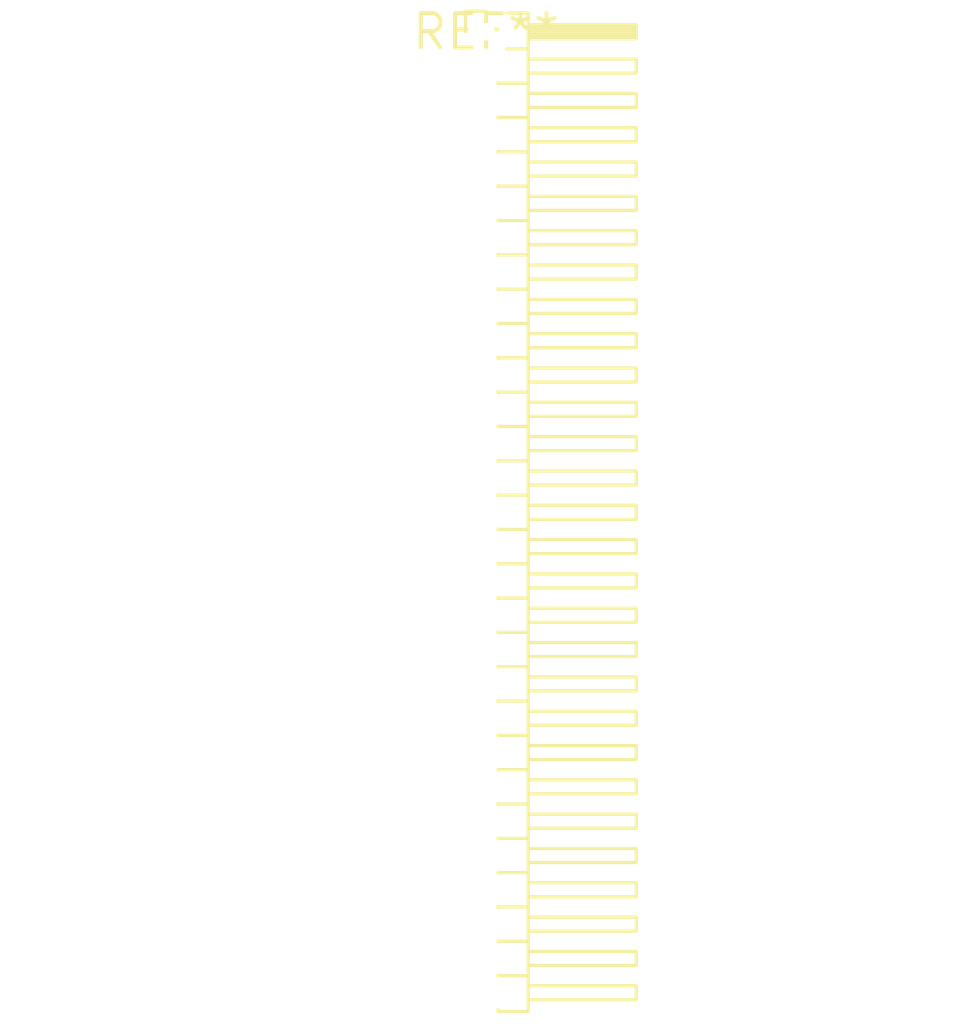
<source format=kicad_pcb>
(kicad_pcb (version 20240108) (generator pcbnew)
  (layers (0 "F.Cu" signal) (31 "B.Cu" signal) (34 "B.Paste" user) (35 "F.Paste" user) (36 "B.SilkS" user "B.Silkscreen") (37 "F.SilkS" user "F.Silkscreen") (38 "B.Mask" user) (39 "F.Mask" user) (44 "Edge.Cuts" user))
  (net 0 "")
  (footprint "PinHeader_1x29_P1.27mm_Horizontal" (layer "F.Cu") (at 0 0)
    (property "Reference" "REF**")
    (property "Value" "PinHeader_1x29_P1.27mm_Horizontal")
    (fp_line (start -0.76 -0.76) (end 0 -0.76) (layer "F.SilkS") (stroke (width 0.12)))
    (fp_line (start -0.76 0) (end -0.76 -0.76) (layer "F.SilkS") (stroke (width 0.12)))
    (fp_line (start 0.44 1.889677) (end 0.44 1.920323) (layer "F.SilkS") (stroke (width 0.12)))
    (fp_line (start 0.44 1.905) (end 1.56 1.905) (layer "F.SilkS") (stroke (width 0.12)))
    (fp_line (start 0.44 3.159677) (end 0.44 3.190323) (layer "F.SilkS") (stroke (width 0.12)))
    (fp_line (start 0.44 3.175) (end 1.56 3.175) (layer "F.SilkS") (stroke (width 0.12)))
    (fp_line (start 0.44 4.429677) (end 0.44 4.460323) (layer "F.SilkS") (stroke (width 0.12)))
    (fp_line (start 0.44 4.445) (end 1.56 4.445) (layer "F.SilkS") (stroke (width 0.12)))
    (fp_line (start 0.44 5.699677) (end 0.44 5.730323) (layer "F.SilkS") (stroke (width 0.12)))
    (fp_line (start 0.44 5.715) (end 1.56 5.715) (layer "F.SilkS") (stroke (width 0.12)))
    (fp_line (start 0.44 6.969677) (end 0.44 7.000323) (layer "F.SilkS") (stroke (width 0.12)))
    (fp_line (start 0.44 6.985) (end 1.56 6.985) (layer "F.SilkS") (stroke (width 0.12)))
    (fp_line (start 0.44 8.239677) (end 0.44 8.270323) (layer "F.SilkS") (stroke (width 0.12)))
    (fp_line (start 0.44 8.255) (end 1.56 8.255) (layer "F.SilkS") (stroke (width 0.12)))
    (fp_line (start 0.44 9.509677) (end 0.44 9.540323) (layer "F.SilkS") (stroke (width 0.12)))
    (fp_line (start 0.44 9.525) (end 1.56 9.525) (layer "F.SilkS") (stroke (width 0.12)))
    (fp_line (start 0.44 10.779677) (end 0.44 10.810323) (layer "F.SilkS") (stroke (width 0.12)))
    (fp_line (start 0.44 10.795) (end 1.56 10.795) (layer "F.SilkS") (stroke (width 0.12)))
    (fp_line (start 0.44 12.049677) (end 0.44 12.080323) (layer "F.SilkS") (stroke (width 0.12)))
    (fp_line (start 0.44 12.065) (end 1.56 12.065) (layer "F.SilkS") (stroke (width 0.12)))
    (fp_line (start 0.44 13.319677) (end 0.44 13.350323) (layer "F.SilkS") (stroke (width 0.12)))
    (fp_line (start 0.44 13.335) (end 1.56 13.335) (layer "F.SilkS") (stroke (width 0.12)))
    (fp_line (start 0.44 14.589677) (end 0.44 14.620323) (layer "F.SilkS") (stroke (width 0.12)))
    (fp_line (start 0.44 14.605) (end 1.56 14.605) (layer "F.SilkS") (stroke (width 0.12)))
    (fp_line (start 0.44 15.859677) (end 0.44 15.890323) (layer "F.SilkS") (stroke (width 0.12)))
    (fp_line (start 0.44 15.875) (end 1.56 15.875) (layer "F.SilkS") (stroke (width 0.12)))
    (fp_line (start 0.44 17.129677) (end 0.44 17.160323) (layer "F.SilkS") (stroke (width 0.12)))
    (fp_line (start 0.44 17.145) (end 1.56 17.145) (layer "F.SilkS") (stroke (width 0.12)))
    (fp_line (start 0.44 18.399677) (end 0.44 18.430323) (layer "F.SilkS") (stroke (width 0.12)))
    (fp_line (start 0.44 18.415) (end 1.56 18.415) (layer "F.SilkS") (stroke (width 0.12)))
    (fp_line (start 0.44 19.669677) (end 0.44 19.700323) (layer "F.SilkS") (stroke (width 0.12)))
    (fp_line (start 0.44 19.685) (end 1.56 19.685) (layer "F.SilkS") (stroke (width 0.12)))
    (fp_line (start 0.44 20.939677) (end 0.44 20.970323) (layer "F.SilkS") (stroke (width 0.12)))
    (fp_line (start 0.44 20.955) (end 1.56 20.955) (layer "F.SilkS") (stroke (width 0.12)))
    (fp_line (start 0.44 22.209677) (end 0.44 22.240323) (layer "F.SilkS") (stroke (width 0.12)))
    (fp_line (start 0.44 22.225) (end 1.56 22.225) (layer "F.SilkS") (stroke (width 0.12)))
    (fp_line (start 0.44 23.479677) (end 0.44 23.510323) (layer "F.SilkS") (stroke (width 0.12)))
    (fp_line (start 0.44 23.495) (end 1.56 23.495) (layer "F.SilkS") (stroke (width 0.12)))
    (fp_line (start 0.44 24.749677) (end 0.44 24.780323) (layer "F.SilkS") (stroke (width 0.12)))
    (fp_line (start 0.44 24.765) (end 1.56 24.765) (layer "F.SilkS") (stroke (width 0.12)))
    (fp_line (start 0.44 26.019677) (end 0.44 26.050323) (layer "F.SilkS") (stroke (width 0.12)))
    (fp_line (start 0.44 26.035) (end 1.56 26.035) (layer "F.SilkS") (stroke (width 0.12)))
    (fp_line (start 0.44 27.289677) (end 0.44 27.320323) (layer "F.SilkS") (stroke (width 0.12)))
    (fp_line (start 0.44 27.305) (end 1.56 27.305) (layer "F.SilkS") (stroke (width 0.12)))
    (fp_line (start 0.44 28.559677) (end 0.44 28.590323) (layer "F.SilkS") (stroke (width 0.12)))
    (fp_line (start 0.44 28.575) (end 1.56 28.575) (layer "F.SilkS") (stroke (width 0.12)))
    (fp_line (start 0.44 29.829677) (end 0.44 29.860323) (layer "F.SilkS") (stroke (width 0.12)))
    (fp_line (start 0.44 29.845) (end 1.56 29.845) (layer "F.SilkS") (stroke (width 0.12)))
    (fp_line (start 0.44 31.099677) (end 0.44 31.130323) (layer "F.SilkS") (stroke (width 0.12)))
    (fp_line (start 0.44 31.115) (end 1.56 31.115) (layer "F.SilkS") (stroke (width 0.12)))
    (fp_line (start 0.44 32.369677) (end 0.44 32.400323) (layer "F.SilkS") (stroke (width 0.12)))
    (fp_line (start 0.44 32.385) (end 1.56 32.385) (layer "F.SilkS") (stroke (width 0.12)))
    (fp_line (start 0.44 33.639677) (end 0.44 33.670323) (layer "F.SilkS") (stroke (width 0.12)))
    (fp_line (start 0.44 33.655) (end 1.56 33.655) (layer "F.SilkS") (stroke (width 0.12)))
    (fp_line (start 0.44 34.909677) (end 0.44 34.940323) (layer "F.SilkS") (stroke (width 0.12)))
    (fp_line (start 0.44 34.925) (end 1.56 34.925) (layer "F.SilkS") (stroke (width 0.12)))
    (fp_line (start 0.44 36.255) (end 0.44 36.179677) (layer "F.SilkS") (stroke (width 0.12)))
    (fp_line (start 0.76 -0.695) (end 1.56 -0.695) (layer "F.SilkS") (stroke (width 0.12)))
    (fp_line (start 0.76 0.635) (end 1.56 0.635) (layer "F.SilkS") (stroke (width 0.12)))
    (fp_line (start 1.56 -0.695) (end 1.56 36.255) (layer "F.SilkS") (stroke (width 0.12)))
    (fp_line (start 1.56 -0.26) (end 5.56 -0.26) (layer "F.SilkS") (stroke (width 0.12)))
    (fp_line (start 1.56 -0.2) (end 5.56 -0.2) (layer "F.SilkS") (stroke (width 0.12)))
    (fp_line (start 1.56 -0.08) (end 5.56 -0.08) (layer "F.SilkS") (stroke (width 0.12)))
    (fp_line (start 1.56 0.04) (end 5.56 0.04) (layer "F.SilkS") (stroke (width 0.12)))
    (fp_line (start 1.56 0.16) (end 5.56 0.16) (layer "F.SilkS") (stroke (width 0.12)))
    (fp_line (start 1.56 1.01) (end 5.56 1.01) (layer "F.SilkS") (stroke (width 0.12)))
    (fp_line (start 1.56 2.28) (end 5.56 2.28) (layer "F.SilkS") (stroke (width 0.12)))
    (fp_line (start 1.56 3.55) (end 5.56 3.55) (layer "F.SilkS") (stroke (width 0.12)))
    (fp_line (start 1.56 4.82) (end 5.56 4.82) (layer "F.SilkS") (stroke (width 0.12)))
    (fp_line (start 1.56 6.09) (end 5.56 6.09) (layer "F.SilkS") (stroke (width 0.12)))
    (fp_line (start 1.56 7.36) (end 5.56 7.36) (layer "F.SilkS") (stroke (width 0.12)))
    (fp_line (start 1.56 8.63) (end 5.56 8.63) (layer "F.SilkS") (stroke (width 0.12)))
    (fp_line (start 1.56 9.9) (end 5.56 9.9) (layer "F.SilkS") (stroke (width 0.12)))
    (fp_line (start 1.56 11.17) (end 5.56 11.17) (layer "F.SilkS") (stroke (width 0.12)))
    (fp_line (start 1.56 12.44) (end 5.56 12.44) (layer "F.SilkS") (stroke (width 0.12)))
    (fp_line (start 1.56 13.71) (end 5.56 13.71) (layer "F.SilkS") (stroke (width 0.12)))
    (fp_line (start 1.56 14.98) (end 5.56 14.98) (layer "F.SilkS") (stroke (width 0.12)))
    (fp_line (start 1.56 16.25) (end 5.56 16.25) (layer "F.SilkS") (stroke (width 0.12)))
    (fp_line (start 1.56 17.52) (end 5.56 17.52) (layer "F.SilkS") (stroke (width 0.12)))
    (fp_line (start 1.56 18.79) (end 5.56 18.79) (layer "F.SilkS") (stroke (width 0.12)))
    (fp_line (start 1.56 20.06) (end 5.56 20.06) (layer "F.SilkS") (stroke (width 0.12)))
    (fp_line (start 1.56 21.33) (end 5.56 21.33) (layer "F.SilkS") (stroke (width 0.12)))
    (fp_line (start 1.56 22.6) (end 5.56 22.6) (layer "F.SilkS") (stroke (width 0.12)))
    (fp_line (start 1.56 23.87) (end 5.56 23.87) (layer "F.SilkS") (stroke (width 0.12)))
    (fp_line (start 1.56 25.14) (end 5.56 25.14) (layer "F.SilkS") (stroke (width 0.12)))
    (fp_line (start 1.56 26.41) (end 5.56 26.41) (layer "F.SilkS") (stroke (width 0.12)))
    (fp_line (start 1.56 27.68) (end 5.56 27.68) (layer "F.SilkS") (stroke (width 0.12)))
    (fp_line (start 1.56 28.95) (end 5.56 28.95) (layer "F.SilkS") (stroke (width 0.12)))
    (fp_line (start 1.56 30.22) (end 5.56 30.22) (layer "F.SilkS") (stroke (width 0.12)))
    (fp_line (start 1.56 31.49) (end 5.56 31.49) (layer "F.SilkS") (stroke (width 0.12)))
    (fp_line (start 1.56 32.76) (end 5.56 32.76) (layer "F.SilkS") (stroke (width 0.12)))
    (fp_line (start 1.56 34.03) (end 5.56 34.03) (layer "F.SilkS") (stroke (width 0.12)))
    (fp_line (start 1.56 35.3) (end 5.56 35.3) (layer "F.SilkS") (stroke (width 0.12)))
    (fp_line (start 1.56 36.255) (end 0.44 36.255) (layer "F.SilkS") (stroke (width 0.12)))
    (fp_line (start 5.56 -0.26) (end 5.56 0.26) (layer "F.SilkS") (stroke (width 0.12)))
    (fp_line (start 5.56 0.26) (end 1.56 0.26) (layer "F.SilkS") (stroke (width 0.12)))
    (fp_line (start 5.56 1.01) (end 5.56 1.53) (layer "F.SilkS") (stroke (width 0.12)))
    (fp_line (start 5.56 1.53) (end 1.56 1.53) (layer "F.SilkS") (stroke (width 0.12)))
    (fp_line (start 5.56 2.28) (end 5.56 2.8) (layer "F.SilkS") (stroke (width 0.12)))
    (fp_line (start 5.56 2.8) (end 1.56 2.8) (layer "F.SilkS") (stroke (width 0.12)))
    (fp_line (start 5.56 3.55) (end 5.56 4.07) (layer "F.SilkS") (stroke (width 0.12)))
    (fp_line (start 5.56 4.07) (end 1.56 4.07) (layer "F.SilkS") (stroke (width 0.12)))
    (fp_line (start 5.56 4.82) (end 5.56 5.34) (layer "F.SilkS") (stroke (width 0.12)))
    (fp_line (start 5.56 5.34) (end 1.56 5.34) (layer "F.SilkS") (stroke (width 0.12)))
    (fp_line (start 5.56 6.09) (end 5.56 6.61) (layer "F.SilkS") (stroke (width 0.12)))
    (fp_line (start 5.56 6.61) (end 1.56 6.61) (layer "F.SilkS") (stroke (width 0.12)))
    (fp_line (start 5.56 7.36) (end 5.56 7.88) (layer "F.SilkS") (stroke (width 0.12)))
    (fp_line (start 5.56 7.88) (end 1.56 7.88) (layer "F.SilkS") (stroke (width 0.12)))
    (fp_line (start 5.56 8.63) (end 5.56 9.15) (layer "F.SilkS") (stroke (width 0.12)))
    (fp_line (start 5.56 9.15) (end 1.56 9.15) (layer "F.SilkS") (stroke (width 0.12)))
    (fp_line (start 5.56 9.9) (end 5.56 10.42) (layer "F.SilkS") (stroke (width 0.12)))
    (fp_line (start 5.56 10.42) (end 1.56 10.42) (layer "F.SilkS") (stroke (width 0.12)))
    (fp_line (start 5.56 11.17) (end 5.56 11.69) (layer "F.SilkS") (stroke (width 0.12)))
    (fp_line (start 5.56 11.69) (end 1.56 11.69) (layer "F.SilkS") (stroke (width 0.12)))
    (fp_line (start 5.56 12.44) (end 5.56 12.96) (layer "F.SilkS") (stroke (width 0.12)))
    (fp_line (start 5.56 12.96) (end 1.56 12.96) (layer "F.SilkS") (stroke (width 0.12)))
    (fp_line (start 5.56 13.71) (end 5.56 14.23) (layer "F.SilkS") (stroke (width 0.12)))
    (fp_line (start 5.56 14.23) (end 1.56 14.23) (layer "F.SilkS") (stroke (width 0.12)))
    (fp_line (start 5.56 14.98) (end 5.56 15.5) (layer "F.SilkS") (stroke (width 0.12)))
    (fp_line (start 5.56 15.5) (end 1.56 15.5) (layer "F.SilkS") (stroke (width 0.12)))
    (fp_line (start 5.56 16.25) (end 5.56 16.77) (layer "F.SilkS") (stroke (width 0.12)))
    (fp_line (start 5.56 16.77) (end 1.56 16.77) (layer "F.SilkS") (stroke (width 0.12)))
    (fp_line (start 5.56 17.52) (end 5.56 18.04) (layer "F.SilkS") (stroke (width 0.12)))
    (fp_line (start 5.56 18.04) (end 1.56 18.04) (layer "F.SilkS") (stroke (width 0.12)))
    (fp_line (start 5.56 18.79) (end 5.56 19.31) (layer "F.SilkS") (stroke (width 0.12)))
    (fp_line (start 5.56 19.31) (end 1.56 19.31) (layer "F.SilkS") (stroke (width 0.12)))
    (fp_line (start 5.56 20.06) (end 5.56 20.58) (layer "F.SilkS") (stroke (width 0.12)))
    (fp_line (start 5.56 20.58) (end 1.56 20.58) (layer "F.SilkS") (stroke (width 0.12)))
    (fp_line (start 5.56 21.33) (end 5.56 21.85) (layer "F.SilkS") (stroke (width 0.12)))
    (fp_line (start 5.56 21.85) (end 1.56 21.85) (layer "F.SilkS") (stroke (width 0.12)))
    (fp_line (start 5.56 22.6) (end 5.56 23.12) (layer "F.SilkS") (stroke (width 0.12)))
    (fp_line (start 5.56 23.12) (end 1.56 23.12) (layer "F.SilkS") (stroke (width 0.12)))
    (fp_line (start 5.56 23.87) (end 5.56 24.39) (layer "F.SilkS") (stroke (width 0.12)))
    (fp_line (start 5.56 24.39) (end 1.56 24.39) (layer "F.SilkS") (stroke (width 0.12)))
    (fp_line (start 5.56 25.14) (end 5.56 25.66) (layer "F.SilkS") (stroke (width 0.12)))
    (fp_line (start 5.56 25.66) (end 1.56 25.66) (layer "F.SilkS") (stroke (width 0.12)))
    (fp_line (start 5.56 26.41) (end 5.56 26.93) (layer "F.SilkS") (stroke (width 0.12)))
    (fp_line (start 5.56 26.93) (end 1.56 26.93) (layer "F.SilkS") (stroke (width 0.12)))
    (fp_line (start 5.56 27.68) (end 5.56 28.2) (layer "F.SilkS") (stroke (width 0.12)))
    (fp_line (start 5.56 28.2) (end 1.56 28.2) (layer "F.SilkS") (stroke (width 0.12)))
    (fp_line (start 5.56 28.95) (end 5.56 29.47) (layer "F.SilkS") (stroke (width 0.12)))
    (fp_line (start 5.56 29.47) (end 1.56 29.47) (layer "F.SilkS") (stroke (width 0.12)))
    (fp_line (start 5.56 30.22) (end 5.56 30.74) (layer "F.SilkS") (stroke (width 0.12)))
    (fp_line (start 5.56 30.74) (end 1.56 30.74) (layer "F.SilkS") (stroke (width 0.12)))
    (fp_line (start 5.56 31.49) (end 5.56 32.01) (layer "F.SilkS") (stroke (width 0.12)))
    (fp_line (start 5.56 32.01) (end 1.56 32.01) (layer "F.SilkS") (stroke (width 0.12)))
    (fp_line (start 5.56 32.76) (end 5.56 33.28) (layer "F.SilkS") (stroke (width 0.12)))
    (fp_line (start 5.56 33.28) (end 1.56 33.28) (layer "F.SilkS") (stroke (width 0.12)))
    (fp_line (start 5.56 34.03) (end 5.56 34.55) (layer "F.SilkS") (stroke (width 0.12)))
    (fp_line (start 5.56 34.55) (end 1.56 34.55) (layer "F.SilkS") (stroke (width 0.12)))
    (fp_line (start 5.56 35.3) (end 5.56 35.82) (layer "F.SilkS") (stroke (width 0.12)))
    (fp_line (start 5.56 35.82) (end 1.56 35.82) (layer "F.SilkS") (stroke (width 0.12)))
    (pad "1" thru_hole rect (at 0 0) (size 1 1) (drill 0.65) (layers *.Cu *.Mask) (remove_unused_layers))
    (pad "2" thru_hole oval (at 0 1.27) (size 1 1) (drill 0.65) (layers *.Cu *.Mask) (remove_unused_layers))
    (pad "3" thru_hole oval (at 0 2.54) (size 1 1) (drill 0.65) (layers *.Cu *.Mask) (remove_unused_layers))
    (pad "4" thru_hole oval (at 0 3.81) (size 1 1) (drill 0.65) (layers *.Cu *.Mask) (remove_unused_layers))
    (pad "5" thru_hole oval (at 0 5.08) (size 1 1) (drill 0.65) (layers *.Cu *.Mask) (remove_unused_layers))
    (pad "6" thru_hole oval (at 0 6.35) (size 1 1) (drill 0.65) (layers *.Cu *.Mask) (remove_unused_layers))
    (pad "7" thru_hole oval (at 0 7.62) (size 1 1) (drill 0.65) (layers *.Cu *.Mask) (remove_unused_layers))
    (pad "8" thru_hole oval (at 0 8.89) (size 1 1) (drill 0.65) (layers *.Cu *.Mask) (remove_unused_layers))
    (pad "9" thru_hole oval (at 0 10.16) (size 1 1) (drill 0.65) (layers *.Cu *.Mask) (remove_unused_layers))
    (pad "10" thru_hole oval (at 0 11.43) (size 1 1) (drill 0.65) (layers *.Cu *.Mask) (remove_unused_layers))
    (pad "11" thru_hole oval (at 0 12.7) (size 1 1) (drill 0.65) (layers *.Cu *.Mask) (remove_unused_layers))
    (pad "12" thru_hole oval (at 0 13.97) (size 1 1) (drill 0.65) (layers *.Cu *.Mask) (remove_unused_layers))
    (pad "13" thru_hole oval (at 0 15.24) (size 1 1) (drill 0.65) (layers *.Cu *.Mask) (remove_unused_layers))
    (pad "14" thru_hole oval (at 0 16.51) (size 1 1) (drill 0.65) (layers *.Cu *.Mask) (remove_unused_layers))
    (pad "15" thru_hole oval (at 0 17.78) (size 1 1) (drill 0.65) (layers *.Cu *.Mask) (remove_unused_layers))
    (pad "16" thru_hole oval (at 0 19.05) (size 1 1) (drill 0.65) (layers *.Cu *.Mask) (remove_unused_layers))
    (pad "17" thru_hole oval (at 0 20.32) (size 1 1) (drill 0.65) (layers *.Cu *.Mask) (remove_unused_layers))
    (pad "18" thru_hole oval (at 0 21.59) (size 1 1) (drill 0.65) (layers *.Cu *.Mask) (remove_unused_layers))
    (pad "19" thru_hole oval (at 0 22.86) (size 1 1) (drill 0.65) (layers *.Cu *.Mask) (remove_unused_layers))
    (pad "20" thru_hole oval (at 0 24.13) (size 1 1) (drill 0.65) (layers *.Cu *.Mask) (remove_unused_layers))
    (pad "21" thru_hole oval (at 0 25.4) (size 1 1) (drill 0.65) (layers *.Cu *.Mask) (remove_unused_layers))
    (pad "22" thru_hole oval (at 0 26.67) (size 1 1) (drill 0.65) (layers *.Cu *.Mask) (remove_unused_layers))
    (pad "23" thru_hole oval (at 0 27.94) (size 1 1) (drill 0.65) (layers *.Cu *.Mask) (remove_unused_layers))
    (pad "24" thru_hole oval (at 0 29.21) (size 1 1) (drill 0.65) (layers *.Cu *.Mask) (remove_unused_layers))
    (pad "25" thru_hole oval (at 0 30.48) (size 1 1) (drill 0.65) (layers *.Cu *.Mask) (remove_unused_layers))
    (pad "26" thru_hole oval (at 0 31.75) (size 1 1) (drill 0.65) (layers *.Cu *.Mask) (remove_unused_layers))
    (pad "27" thru_hole oval (at 0 33.02) (size 1 1) (drill 0.65) (layers *.Cu *.Mask) (remove_unused_layers))
    (pad "28" thru_hole oval (at 0 34.29) (size 1 1) (drill 0.65) (layers *.Cu *.Mask) (remove_unused_layers))
    (pad "29" thru_hole oval (at 0 35.56) (size 1 1) (drill 0.65) (layers *.Cu *.Mask) (remove_unused_layers))
  )
)
</source>
